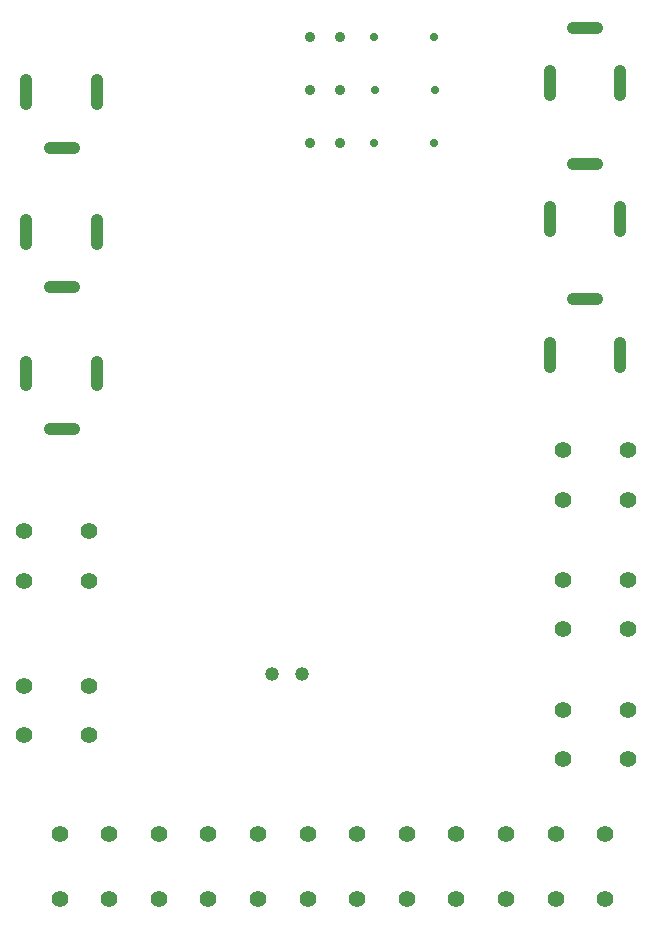
<source format=gbr>
%TF.GenerationSoftware,KiCad,Pcbnew,9.0.5*%
%TF.CreationDate,2026-01-25T07:56:29+10:00*%
%TF.ProjectId,OZ-HORNET-POWER-MAIN,4f5a2d48-4f52-44e4-9554-2d504f574552,rev?*%
%TF.SameCoordinates,Original*%
%TF.FileFunction,Plated,1,2,PTH,Mixed*%
%TF.FilePolarity,Positive*%
%FSLAX46Y46*%
G04 Gerber Fmt 4.6, Leading zero omitted, Abs format (unit mm)*
G04 Created by KiCad (PCBNEW 9.0.5) date 2026-01-25 07:56:29*
%MOMM*%
%LPD*%
G01*
G04 APERTURE LIST*
%TA.AperFunction,ComponentDrill*%
%ADD10C,0.700000*%
%TD*%
%TA.AperFunction,ComponentDrill*%
%ADD11C,0.900000*%
%TD*%
G04 aperture for slot hole*
%TA.AperFunction,ComponentDrill*%
%ADD12C,1.000000*%
%TD*%
%TA.AperFunction,ComponentDrill*%
%ADD13C,1.190000*%
%TD*%
%TA.AperFunction,ComponentDrill*%
%ADD14C,1.400000*%
%TD*%
G04 APERTURE END LIST*
D10*
%TO.C,R3*%
X94420000Y-48500000D03*
%TO.C,R1*%
X94460000Y-39500000D03*
%TO.C,R2*%
X94500000Y-44000000D03*
%TO.C,R3*%
X99500000Y-48500000D03*
%TO.C,R1*%
X99540000Y-39500000D03*
%TO.C,R2*%
X99580000Y-44000000D03*
D11*
%TO.C,D1*%
X89000000Y-39500000D03*
%TO.C,D2*%
X89000000Y-44000000D03*
%TO.C,D3*%
X89000000Y-48500000D03*
%TO.C,D1*%
X91540000Y-39500000D03*
%TO.C,D2*%
X91540000Y-44000000D03*
%TO.C,D3*%
X91540000Y-48500000D03*
D12*
%TO.C,J6*%
X65024000Y-45196000D02*
X65024000Y-43196000D01*
%TO.C,J4*%
X65024000Y-57042500D02*
X65024000Y-55042500D01*
%TO.C,J7*%
X65024000Y-69042500D02*
X65024000Y-67042500D01*
%TO.C,J6*%
X69024000Y-48896000D02*
X67024000Y-48896000D01*
%TO.C,J4*%
X69024000Y-60742500D02*
X67024000Y-60742500D01*
%TO.C,J7*%
X69024000Y-72742500D02*
X67024000Y-72742500D01*
%TO.C,J6*%
X71024000Y-45196000D02*
X71024000Y-43196000D01*
%TO.C,J4*%
X71024000Y-57042500D02*
X71024000Y-55042500D01*
%TO.C,J7*%
X71024000Y-69042500D02*
X71024000Y-67042500D01*
%TO.C,J2*%
X109316000Y-42457500D02*
X109316000Y-44457500D01*
%TO.C,J1*%
X109316000Y-53957500D02*
X109316000Y-55957500D01*
%TO.C,J5*%
X109316000Y-65457500D02*
X109316000Y-67457500D01*
%TO.C,J2*%
X111316000Y-38757500D02*
X113316000Y-38757500D01*
%TO.C,J1*%
X111316000Y-50257500D02*
X113316000Y-50257500D01*
%TO.C,J5*%
X111316000Y-61757500D02*
X113316000Y-61757500D01*
%TO.C,J2*%
X115316000Y-42457500D02*
X115316000Y-44457500D01*
%TO.C,J1*%
X115316000Y-53957500D02*
X115316000Y-55957500D01*
%TO.C,J5*%
X115316000Y-65457500D02*
X115316000Y-67457500D01*
D13*
%TO.C,J3*%
X85852000Y-93472000D03*
X88392000Y-93472000D03*
D14*
%TO.C,J8*%
X64806000Y-81404000D03*
X64806000Y-85604000D03*
%TO.C,J10*%
X64806000Y-94454000D03*
X64806000Y-98654000D03*
%TO.C,J15*%
X67832000Y-106986000D03*
X67832000Y-112486000D03*
%TO.C,J8*%
X70306000Y-81404000D03*
X70306000Y-85604000D03*
%TO.C,J10*%
X70306000Y-94454000D03*
X70306000Y-98654000D03*
%TO.C,J15*%
X72032000Y-106986000D03*
X72032000Y-112486000D03*
X76232000Y-106986000D03*
X76232000Y-112486000D03*
X80432000Y-106986000D03*
X80432000Y-112486000D03*
X84632000Y-106986000D03*
X84632000Y-112486000D03*
X88832000Y-106986000D03*
X88832000Y-112486000D03*
X93032000Y-106986000D03*
X93032000Y-112486000D03*
X97232000Y-106986000D03*
X97232000Y-112486000D03*
X101432000Y-106986000D03*
X101432000Y-112486000D03*
X105632000Y-106986000D03*
X105632000Y-112486000D03*
X109832000Y-106986000D03*
X109832000Y-112486000D03*
%TO.C,J9*%
X110500000Y-74500000D03*
X110500000Y-78700000D03*
%TO.C,J11*%
X110500000Y-85500000D03*
X110500000Y-89700000D03*
%TO.C,J12*%
X110500000Y-96500000D03*
X110500000Y-100700000D03*
%TO.C,J15*%
X114032000Y-106986000D03*
X114032000Y-112486000D03*
%TO.C,J9*%
X116000000Y-74500000D03*
X116000000Y-78700000D03*
%TO.C,J11*%
X116000000Y-85500000D03*
X116000000Y-89700000D03*
%TO.C,J12*%
X116000000Y-96500000D03*
X116000000Y-100700000D03*
M02*

</source>
